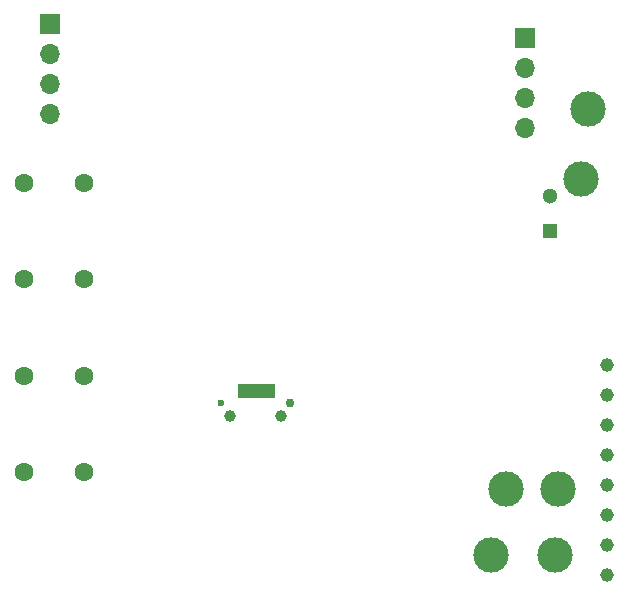
<source format=gbr>
%TF.GenerationSoftware,KiCad,Pcbnew,(5.1.10)-1*%
%TF.CreationDate,2022-02-13T15:16:37-05:00*%
%TF.ProjectId,wristband,77726973-7462-4616-9e64-2e6b69636164,rev?*%
%TF.SameCoordinates,Original*%
%TF.FileFunction,Soldermask,Bot*%
%TF.FilePolarity,Negative*%
%FSLAX46Y46*%
G04 Gerber Fmt 4.6, Leading zero omitted, Abs format (unit mm)*
G04 Created by KiCad (PCBNEW (5.1.10)-1) date 2022-02-13 15:16:37*
%MOMM*%
%LPD*%
G01*
G04 APERTURE LIST*
%ADD10C,0.010000*%
%ADD11C,3.000000*%
%ADD12C,0.490000*%
%ADD13C,0.750000*%
%ADD14C,0.600000*%
%ADD15C,1.000000*%
%ADD16C,1.150000*%
%ADD17O,1.700000X1.700000*%
%ADD18R,1.700000X1.700000*%
%ADD19C,1.300000*%
%ADD20R,1.200000X1.200000*%
%ADD21C,1.600000*%
G04 APERTURE END LIST*
D10*
%TO.C,P1*%
G36*
X105349880Y-98350000D02*
G01*
X108350000Y-98350000D01*
X108350000Y-99449959D01*
X105349880Y-99449959D01*
X105349880Y-98350000D01*
G37*
X105349880Y-98350000D02*
X108350000Y-98350000D01*
X108350000Y-99449959D01*
X105349880Y-99449959D01*
X105349880Y-98350000D01*
%TD*%
D11*
%TO.C,TP6*%
X135000000Y-75000000D03*
%TD*%
%TO.C,TP5*%
X126800000Y-112800000D03*
%TD*%
%TO.C,TP4*%
X132400000Y-107200000D03*
%TD*%
%TO.C,TP3*%
X132200000Y-112800000D03*
%TD*%
%TO.C,TP2*%
X128000000Y-107200000D03*
%TD*%
%TO.C,TP1*%
X134400000Y-81000000D03*
%TD*%
D12*
%TO.C,P1*%
X106850000Y-98900000D03*
D13*
X109775000Y-99950000D03*
D14*
X103925000Y-99950000D03*
D15*
X109000000Y-101000000D03*
X104700000Y-101000000D03*
%TD*%
D16*
%TO.C,U9*%
X136600000Y-104330000D03*
X136600000Y-101790000D03*
X136600000Y-99250000D03*
X136600000Y-96710000D03*
X136600000Y-106870000D03*
X136600000Y-109410000D03*
X136600000Y-111950000D03*
X136600000Y-114490000D03*
%TD*%
D17*
%TO.C,J3*%
X129600000Y-76620000D03*
X129600000Y-74080000D03*
X129600000Y-71540000D03*
D18*
X129600000Y-69000000D03*
%TD*%
D17*
%TO.C,J2*%
X89400000Y-75480000D03*
X89400000Y-72940000D03*
X89400000Y-70400000D03*
D18*
X89400000Y-67860000D03*
%TD*%
D19*
%TO.C,BT1*%
X131800000Y-82400000D03*
D20*
X131800000Y-85400000D03*
%TD*%
D21*
%TO.C,SW1*%
X87260000Y-89400000D03*
X92340000Y-89400000D03*
%TD*%
%TO.C,SW2*%
X92340000Y-97600000D03*
X87260000Y-97600000D03*
%TD*%
%TO.C,SW3*%
X87260000Y-81300000D03*
X92340000Y-81300000D03*
%TD*%
%TO.C,SW4*%
X92340000Y-105800000D03*
X87260000Y-105800000D03*
%TD*%
M02*

</source>
